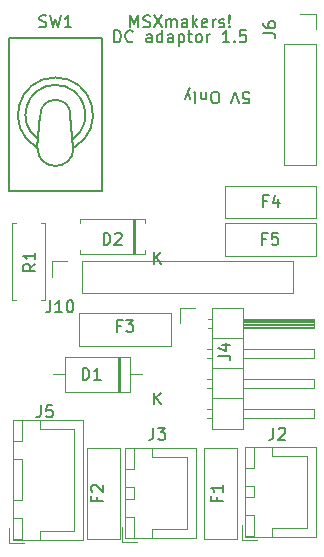
<source format=gbr>
G04 #@! TF.GenerationSoftware,KiCad,Pcbnew,5.1.10-1.fc33*
G04 #@! TF.CreationDate,2021-05-23T00:59:55+02:00*
G04 #@! TF.ProjectId,Omega_DC-DC_adaptor_1.5,4f6d6567-615f-4444-932d-44435f616461,rev?*
G04 #@! TF.SameCoordinates,Original*
G04 #@! TF.FileFunction,Legend,Top*
G04 #@! TF.FilePolarity,Positive*
%FSLAX46Y46*%
G04 Gerber Fmt 4.6, Leading zero omitted, Abs format (unit mm)*
G04 Created by KiCad (PCBNEW 5.1.10-1.fc33) date 2021-05-23 00:59:55*
%MOMM*%
%LPD*%
G01*
G04 APERTURE LIST*
%ADD10C,0.150000*%
%ADD11C,0.120000*%
%ADD12C,0.203200*%
G04 APERTURE END LIST*
D10*
X201438571Y-123007380D02*
X201438571Y-122007380D01*
X201676666Y-122007380D01*
X201819523Y-122055000D01*
X201914761Y-122150238D01*
X201962380Y-122245476D01*
X202010000Y-122435952D01*
X202010000Y-122578809D01*
X201962380Y-122769285D01*
X201914761Y-122864523D01*
X201819523Y-122959761D01*
X201676666Y-123007380D01*
X201438571Y-123007380D01*
X203010000Y-122912142D02*
X202962380Y-122959761D01*
X202819523Y-123007380D01*
X202724285Y-123007380D01*
X202581428Y-122959761D01*
X202486190Y-122864523D01*
X202438571Y-122769285D01*
X202390952Y-122578809D01*
X202390952Y-122435952D01*
X202438571Y-122245476D01*
X202486190Y-122150238D01*
X202581428Y-122055000D01*
X202724285Y-122007380D01*
X202819523Y-122007380D01*
X202962380Y-122055000D01*
X203010000Y-122102619D01*
X204629047Y-123007380D02*
X204629047Y-122483571D01*
X204581428Y-122388333D01*
X204486190Y-122340714D01*
X204295714Y-122340714D01*
X204200476Y-122388333D01*
X204629047Y-122959761D02*
X204533809Y-123007380D01*
X204295714Y-123007380D01*
X204200476Y-122959761D01*
X204152857Y-122864523D01*
X204152857Y-122769285D01*
X204200476Y-122674047D01*
X204295714Y-122626428D01*
X204533809Y-122626428D01*
X204629047Y-122578809D01*
X205533809Y-123007380D02*
X205533809Y-122007380D01*
X205533809Y-122959761D02*
X205438571Y-123007380D01*
X205248095Y-123007380D01*
X205152857Y-122959761D01*
X205105238Y-122912142D01*
X205057619Y-122816904D01*
X205057619Y-122531190D01*
X205105238Y-122435952D01*
X205152857Y-122388333D01*
X205248095Y-122340714D01*
X205438571Y-122340714D01*
X205533809Y-122388333D01*
X206438571Y-123007380D02*
X206438571Y-122483571D01*
X206390952Y-122388333D01*
X206295714Y-122340714D01*
X206105238Y-122340714D01*
X206010000Y-122388333D01*
X206438571Y-122959761D02*
X206343333Y-123007380D01*
X206105238Y-123007380D01*
X206010000Y-122959761D01*
X205962380Y-122864523D01*
X205962380Y-122769285D01*
X206010000Y-122674047D01*
X206105238Y-122626428D01*
X206343333Y-122626428D01*
X206438571Y-122578809D01*
X206914761Y-122340714D02*
X206914761Y-123340714D01*
X206914761Y-122388333D02*
X207010000Y-122340714D01*
X207200476Y-122340714D01*
X207295714Y-122388333D01*
X207343333Y-122435952D01*
X207390952Y-122531190D01*
X207390952Y-122816904D01*
X207343333Y-122912142D01*
X207295714Y-122959761D01*
X207200476Y-123007380D01*
X207010000Y-123007380D01*
X206914761Y-122959761D01*
X207676666Y-122340714D02*
X208057619Y-122340714D01*
X207819523Y-122007380D02*
X207819523Y-122864523D01*
X207867142Y-122959761D01*
X207962380Y-123007380D01*
X208057619Y-123007380D01*
X208533809Y-123007380D02*
X208438571Y-122959761D01*
X208390952Y-122912142D01*
X208343333Y-122816904D01*
X208343333Y-122531190D01*
X208390952Y-122435952D01*
X208438571Y-122388333D01*
X208533809Y-122340714D01*
X208676666Y-122340714D01*
X208771904Y-122388333D01*
X208819523Y-122435952D01*
X208867142Y-122531190D01*
X208867142Y-122816904D01*
X208819523Y-122912142D01*
X208771904Y-122959761D01*
X208676666Y-123007380D01*
X208533809Y-123007380D01*
X209295714Y-123007380D02*
X209295714Y-122340714D01*
X209295714Y-122531190D02*
X209343333Y-122435952D01*
X209390952Y-122388333D01*
X209486190Y-122340714D01*
X209581428Y-122340714D01*
X211200476Y-123007380D02*
X210629047Y-123007380D01*
X210914761Y-123007380D02*
X210914761Y-122007380D01*
X210819523Y-122150238D01*
X210724285Y-122245476D01*
X210629047Y-122293095D01*
X211629047Y-122912142D02*
X211676666Y-122959761D01*
X211629047Y-123007380D01*
X211581428Y-122959761D01*
X211629047Y-122912142D01*
X211629047Y-123007380D01*
X212581428Y-122007380D02*
X212105238Y-122007380D01*
X212057619Y-122483571D01*
X212105238Y-122435952D01*
X212200476Y-122388333D01*
X212438571Y-122388333D01*
X212533809Y-122435952D01*
X212581428Y-122483571D01*
X212629047Y-122578809D01*
X212629047Y-122816904D01*
X212581428Y-122912142D01*
X212533809Y-122959761D01*
X212438571Y-123007380D01*
X212200476Y-123007380D01*
X212105238Y-122959761D01*
X212057619Y-122912142D01*
X202819523Y-121737380D02*
X202819523Y-120737380D01*
X203152857Y-121451666D01*
X203486190Y-120737380D01*
X203486190Y-121737380D01*
X203914761Y-121689761D02*
X204057619Y-121737380D01*
X204295714Y-121737380D01*
X204390952Y-121689761D01*
X204438571Y-121642142D01*
X204486190Y-121546904D01*
X204486190Y-121451666D01*
X204438571Y-121356428D01*
X204390952Y-121308809D01*
X204295714Y-121261190D01*
X204105238Y-121213571D01*
X204010000Y-121165952D01*
X203962380Y-121118333D01*
X203914761Y-121023095D01*
X203914761Y-120927857D01*
X203962380Y-120832619D01*
X204010000Y-120785000D01*
X204105238Y-120737380D01*
X204343333Y-120737380D01*
X204486190Y-120785000D01*
X204819523Y-120737380D02*
X205486190Y-121737380D01*
X205486190Y-120737380D02*
X204819523Y-121737380D01*
X205867142Y-121737380D02*
X205867142Y-121070714D01*
X205867142Y-121165952D02*
X205914761Y-121118333D01*
X206010000Y-121070714D01*
X206152857Y-121070714D01*
X206248095Y-121118333D01*
X206295714Y-121213571D01*
X206295714Y-121737380D01*
X206295714Y-121213571D02*
X206343333Y-121118333D01*
X206438571Y-121070714D01*
X206581428Y-121070714D01*
X206676666Y-121118333D01*
X206724285Y-121213571D01*
X206724285Y-121737380D01*
X207629047Y-121737380D02*
X207629047Y-121213571D01*
X207581428Y-121118333D01*
X207486190Y-121070714D01*
X207295714Y-121070714D01*
X207200476Y-121118333D01*
X207629047Y-121689761D02*
X207533809Y-121737380D01*
X207295714Y-121737380D01*
X207200476Y-121689761D01*
X207152857Y-121594523D01*
X207152857Y-121499285D01*
X207200476Y-121404047D01*
X207295714Y-121356428D01*
X207533809Y-121356428D01*
X207629047Y-121308809D01*
X208105238Y-121737380D02*
X208105238Y-120737380D01*
X208200476Y-121356428D02*
X208486190Y-121737380D01*
X208486190Y-121070714D02*
X208105238Y-121451666D01*
X209295714Y-121689761D02*
X209200476Y-121737380D01*
X209010000Y-121737380D01*
X208914761Y-121689761D01*
X208867142Y-121594523D01*
X208867142Y-121213571D01*
X208914761Y-121118333D01*
X209010000Y-121070714D01*
X209200476Y-121070714D01*
X209295714Y-121118333D01*
X209343333Y-121213571D01*
X209343333Y-121308809D01*
X208867142Y-121404047D01*
X209771904Y-121737380D02*
X209771904Y-121070714D01*
X209771904Y-121261190D02*
X209819523Y-121165952D01*
X209867142Y-121118333D01*
X209962380Y-121070714D01*
X210057619Y-121070714D01*
X210343333Y-121689761D02*
X210438571Y-121737380D01*
X210629047Y-121737380D01*
X210724285Y-121689761D01*
X210771904Y-121594523D01*
X210771904Y-121546904D01*
X210724285Y-121451666D01*
X210629047Y-121404047D01*
X210486190Y-121404047D01*
X210390952Y-121356428D01*
X210343333Y-121261190D01*
X210343333Y-121213571D01*
X210390952Y-121118333D01*
X210486190Y-121070714D01*
X210629047Y-121070714D01*
X210724285Y-121118333D01*
X211200476Y-121642142D02*
X211248095Y-121689761D01*
X211200476Y-121737380D01*
X211152857Y-121689761D01*
X211200476Y-121642142D01*
X211200476Y-121737380D01*
X211200476Y-121356428D02*
X211152857Y-120785000D01*
X211200476Y-120737380D01*
X211248095Y-120785000D01*
X211200476Y-121356428D01*
X211200476Y-120737380D01*
X212375476Y-128182619D02*
X212851666Y-128182619D01*
X212899285Y-127706428D01*
X212851666Y-127754047D01*
X212756428Y-127801666D01*
X212518333Y-127801666D01*
X212423095Y-127754047D01*
X212375476Y-127706428D01*
X212327857Y-127611190D01*
X212327857Y-127373095D01*
X212375476Y-127277857D01*
X212423095Y-127230238D01*
X212518333Y-127182619D01*
X212756428Y-127182619D01*
X212851666Y-127230238D01*
X212899285Y-127277857D01*
X212042142Y-128182619D02*
X211708809Y-127182619D01*
X211375476Y-128182619D01*
X210089761Y-128182619D02*
X209899285Y-128182619D01*
X209804047Y-128135000D01*
X209708809Y-128039761D01*
X209661190Y-127849285D01*
X209661190Y-127515952D01*
X209708809Y-127325476D01*
X209804047Y-127230238D01*
X209899285Y-127182619D01*
X210089761Y-127182619D01*
X210185000Y-127230238D01*
X210280238Y-127325476D01*
X210327857Y-127515952D01*
X210327857Y-127849285D01*
X210280238Y-128039761D01*
X210185000Y-128135000D01*
X210089761Y-128182619D01*
X209232619Y-127849285D02*
X209232619Y-127182619D01*
X209232619Y-127754047D02*
X209185000Y-127801666D01*
X209089761Y-127849285D01*
X208946904Y-127849285D01*
X208851666Y-127801666D01*
X208804047Y-127706428D01*
X208804047Y-127182619D01*
X208185000Y-127182619D02*
X208280238Y-127230238D01*
X208327857Y-127325476D01*
X208327857Y-128182619D01*
X207899285Y-127849285D02*
X207661190Y-127182619D01*
X207423095Y-127849285D02*
X207661190Y-127182619D01*
X207756428Y-126944523D01*
X207804047Y-126896904D01*
X207899285Y-126849285D01*
D11*
X192866000Y-165120000D02*
X198836000Y-165120000D01*
X198836000Y-165120000D02*
X198836000Y-155000000D01*
X198836000Y-155000000D02*
X192866000Y-155000000D01*
X192866000Y-155000000D02*
X192866000Y-165120000D01*
X192876000Y-161810000D02*
X193626000Y-161810000D01*
X193626000Y-161810000D02*
X193626000Y-158310000D01*
X193626000Y-158310000D02*
X192876000Y-158310000D01*
X192876000Y-158310000D02*
X192876000Y-161810000D01*
X192876000Y-165110000D02*
X193626000Y-165110000D01*
X193626000Y-165110000D02*
X193626000Y-163310000D01*
X193626000Y-163310000D02*
X192876000Y-163310000D01*
X192876000Y-163310000D02*
X192876000Y-165110000D01*
X192876000Y-156810000D02*
X193626000Y-156810000D01*
X193626000Y-156810000D02*
X193626000Y-155010000D01*
X193626000Y-155010000D02*
X192876000Y-155010000D01*
X192876000Y-155010000D02*
X192876000Y-156810000D01*
X195126000Y-165110000D02*
X195126000Y-164360000D01*
X195126000Y-164360000D02*
X198076000Y-164360000D01*
X198076000Y-164360000D02*
X198076000Y-160060000D01*
X195126000Y-155010000D02*
X195126000Y-155760000D01*
X195126000Y-155760000D02*
X198076000Y-155760000D01*
X198076000Y-155760000D02*
X198076000Y-160060000D01*
X192576000Y-164160000D02*
X192576000Y-165410000D01*
X192576000Y-165410000D02*
X193826000Y-165410000D01*
X202391000Y-164993000D02*
X208361000Y-164993000D01*
X208361000Y-164993000D02*
X208361000Y-157373000D01*
X208361000Y-157373000D02*
X202391000Y-157373000D01*
X202391000Y-157373000D02*
X202391000Y-164993000D01*
X202401000Y-161683000D02*
X203151000Y-161683000D01*
X203151000Y-161683000D02*
X203151000Y-160683000D01*
X203151000Y-160683000D02*
X202401000Y-160683000D01*
X202401000Y-160683000D02*
X202401000Y-161683000D01*
X202401000Y-164983000D02*
X203151000Y-164983000D01*
X203151000Y-164983000D02*
X203151000Y-163183000D01*
X203151000Y-163183000D02*
X202401000Y-163183000D01*
X202401000Y-163183000D02*
X202401000Y-164983000D01*
X202401000Y-159183000D02*
X203151000Y-159183000D01*
X203151000Y-159183000D02*
X203151000Y-157383000D01*
X203151000Y-157383000D02*
X202401000Y-157383000D01*
X202401000Y-157383000D02*
X202401000Y-159183000D01*
X204651000Y-164983000D02*
X204651000Y-164233000D01*
X204651000Y-164233000D02*
X207601000Y-164233000D01*
X207601000Y-164233000D02*
X207601000Y-161183000D01*
X204651000Y-157383000D02*
X204651000Y-158133000D01*
X204651000Y-158133000D02*
X207601000Y-158133000D01*
X207601000Y-158133000D02*
X207601000Y-161183000D01*
X202101000Y-164033000D02*
X202101000Y-165283000D01*
X202101000Y-165283000D02*
X203351000Y-165283000D01*
X212551000Y-164866000D02*
X218521000Y-164866000D01*
X218521000Y-164866000D02*
X218521000Y-157246000D01*
X218521000Y-157246000D02*
X212551000Y-157246000D01*
X212551000Y-157246000D02*
X212551000Y-164866000D01*
X212561000Y-161556000D02*
X213311000Y-161556000D01*
X213311000Y-161556000D02*
X213311000Y-160556000D01*
X213311000Y-160556000D02*
X212561000Y-160556000D01*
X212561000Y-160556000D02*
X212561000Y-161556000D01*
X212561000Y-164856000D02*
X213311000Y-164856000D01*
X213311000Y-164856000D02*
X213311000Y-163056000D01*
X213311000Y-163056000D02*
X212561000Y-163056000D01*
X212561000Y-163056000D02*
X212561000Y-164856000D01*
X212561000Y-159056000D02*
X213311000Y-159056000D01*
X213311000Y-159056000D02*
X213311000Y-157256000D01*
X213311000Y-157256000D02*
X212561000Y-157256000D01*
X212561000Y-157256000D02*
X212561000Y-159056000D01*
X214811000Y-164856000D02*
X214811000Y-164106000D01*
X214811000Y-164106000D02*
X217761000Y-164106000D01*
X217761000Y-164106000D02*
X217761000Y-161056000D01*
X214811000Y-157256000D02*
X214811000Y-158006000D01*
X214811000Y-158006000D02*
X217761000Y-158006000D01*
X217761000Y-158006000D02*
X217761000Y-161056000D01*
X212261000Y-163906000D02*
X212261000Y-165156000D01*
X212261000Y-165156000D02*
X213511000Y-165156000D01*
X192813000Y-144875000D02*
X193143000Y-144875000D01*
X192813000Y-138335000D02*
X192813000Y-144875000D01*
X193143000Y-138335000D02*
X192813000Y-138335000D01*
X195553000Y-144875000D02*
X195223000Y-144875000D01*
X195553000Y-138335000D02*
X195553000Y-144875000D01*
X195223000Y-138335000D02*
X195553000Y-138335000D01*
X201965000Y-152600000D02*
X201965000Y-149660000D01*
X201725000Y-152600000D02*
X201725000Y-149660000D01*
X201845000Y-152600000D02*
X201845000Y-149660000D01*
X196285000Y-151130000D02*
X197305000Y-151130000D01*
X203765000Y-151130000D02*
X202745000Y-151130000D01*
X197305000Y-152600000D02*
X202745000Y-152600000D01*
X197305000Y-149660000D02*
X197305000Y-152600000D01*
X202745000Y-149660000D02*
X197305000Y-149660000D01*
X202745000Y-152600000D02*
X202745000Y-149660000D01*
X217170000Y-120590000D02*
X218500000Y-120590000D01*
X218500000Y-120590000D02*
X218500000Y-121920000D01*
X218500000Y-123190000D02*
X218500000Y-133410000D01*
X215840000Y-133410000D02*
X218500000Y-133410000D01*
X215840000Y-123190000D02*
X215840000Y-133410000D01*
X215840000Y-123190000D02*
X218500000Y-123190000D01*
X210800000Y-141070000D02*
X210800000Y-138330000D01*
X218540000Y-141070000D02*
X218540000Y-138330000D01*
X218540000Y-138330000D02*
X210800000Y-138330000D01*
X218540000Y-141070000D02*
X210800000Y-141070000D01*
X218540000Y-137895000D02*
X210800000Y-137895000D01*
X218540000Y-135155000D02*
X210800000Y-135155000D01*
X218540000Y-137895000D02*
X218540000Y-135155000D01*
X210800000Y-137895000D02*
X210800000Y-135155000D01*
X204015000Y-140586000D02*
X204015000Y-140916000D01*
X204015000Y-140916000D02*
X198575000Y-140916000D01*
X198575000Y-140916000D02*
X198575000Y-140586000D01*
X204015000Y-138306000D02*
X204015000Y-137976000D01*
X204015000Y-137976000D02*
X198575000Y-137976000D01*
X198575000Y-137976000D02*
X198575000Y-138306000D01*
X203115000Y-140916000D02*
X203115000Y-137976000D01*
X202995000Y-140916000D02*
X202995000Y-137976000D01*
X203235000Y-140916000D02*
X203235000Y-137976000D01*
D12*
X197739000Y-129159000D02*
X197993000Y-131953000D01*
X195199000Y-129159000D02*
X194945000Y-131953000D01*
X200406000Y-122682000D02*
X192532000Y-122682000D01*
X192532000Y-122682000D02*
X192532000Y-135636000D01*
X192532000Y-135636000D02*
X200406000Y-135636000D01*
X200406000Y-135636000D02*
X200406000Y-122682000D01*
X197739000Y-129159000D02*
G75*
G03*
X195199000Y-129159000I-1270000J0D01*
G01*
X194945000Y-131953000D02*
G75*
G03*
X197993000Y-131953000I1524000J0D01*
G01*
X195012116Y-131239646D02*
G75*
G02*
X196469000Y-126619000I1456884J2080646D01*
G01*
X197925884Y-131239646D02*
G75*
G03*
X196469000Y-126619000I-1456884J2080646D01*
G01*
X194881500Y-131908631D02*
G75*
G02*
X196469000Y-125984000I1587500J2749631D01*
G01*
X198056500Y-131908631D02*
G75*
G03*
X196469000Y-125984000I-1587500J2749631D01*
G01*
D11*
X209720000Y-145482000D02*
X209720000Y-155762000D01*
X209720000Y-155762000D02*
X212380000Y-155762000D01*
X212380000Y-155762000D02*
X212380000Y-145482000D01*
X212380000Y-145482000D02*
X209720000Y-145482000D01*
X212380000Y-146432000D02*
X218380000Y-146432000D01*
X218380000Y-146432000D02*
X218380000Y-147192000D01*
X218380000Y-147192000D02*
X212380000Y-147192000D01*
X212380000Y-146492000D02*
X218380000Y-146492000D01*
X212380000Y-146612000D02*
X218380000Y-146612000D01*
X212380000Y-146732000D02*
X218380000Y-146732000D01*
X212380000Y-146852000D02*
X218380000Y-146852000D01*
X212380000Y-146972000D02*
X218380000Y-146972000D01*
X212380000Y-147092000D02*
X218380000Y-147092000D01*
X209390000Y-146432000D02*
X209720000Y-146432000D01*
X209390000Y-147192000D02*
X209720000Y-147192000D01*
X209720000Y-148082000D02*
X212380000Y-148082000D01*
X212380000Y-148972000D02*
X218380000Y-148972000D01*
X218380000Y-148972000D02*
X218380000Y-149732000D01*
X218380000Y-149732000D02*
X212380000Y-149732000D01*
X209322929Y-148972000D02*
X209720000Y-148972000D01*
X209322929Y-149732000D02*
X209720000Y-149732000D01*
X209720000Y-150622000D02*
X212380000Y-150622000D01*
X212380000Y-151512000D02*
X218380000Y-151512000D01*
X218380000Y-151512000D02*
X218380000Y-152272000D01*
X218380000Y-152272000D02*
X212380000Y-152272000D01*
X209322929Y-151512000D02*
X209720000Y-151512000D01*
X209322929Y-152272000D02*
X209720000Y-152272000D01*
X209720000Y-153162000D02*
X212380000Y-153162000D01*
X212380000Y-154052000D02*
X218380000Y-154052000D01*
X218380000Y-154052000D02*
X218380000Y-154812000D01*
X218380000Y-154812000D02*
X212380000Y-154812000D01*
X209322929Y-154052000D02*
X209720000Y-154052000D01*
X209322929Y-154812000D02*
X209720000Y-154812000D01*
X207010000Y-146812000D02*
X207010000Y-145542000D01*
X207010000Y-145542000D02*
X208280000Y-145542000D01*
X206221000Y-148690000D02*
X198481000Y-148690000D01*
X206221000Y-145950000D02*
X198481000Y-145950000D01*
X206221000Y-148690000D02*
X206221000Y-145950000D01*
X198481000Y-148690000D02*
X198481000Y-145950000D01*
X199163000Y-165073000D02*
X199163000Y-157333000D01*
X201903000Y-165073000D02*
X201903000Y-157333000D01*
X199163000Y-165073000D02*
X201903000Y-165073000D01*
X199163000Y-157333000D02*
X201903000Y-157333000D01*
X209069000Y-165073000D02*
X209069000Y-157333000D01*
X211809000Y-165073000D02*
X211809000Y-157333000D01*
X209069000Y-165073000D02*
X211809000Y-165073000D01*
X209069000Y-157333000D02*
X211809000Y-157333000D01*
X198755000Y-144205000D02*
X198755000Y-141545000D01*
X198755000Y-144205000D02*
X216595000Y-144205000D01*
X216595000Y-144205000D02*
X216595000Y-141545000D01*
X198755000Y-141545000D02*
X216595000Y-141545000D01*
X196155000Y-141545000D02*
X197485000Y-141545000D01*
X196155000Y-142875000D02*
X196155000Y-141545000D01*
D10*
X195246666Y-153757380D02*
X195246666Y-154471666D01*
X195199047Y-154614523D01*
X195103809Y-154709761D01*
X194960952Y-154757380D01*
X194865714Y-154757380D01*
X196199047Y-153757380D02*
X195722857Y-153757380D01*
X195675238Y-154233571D01*
X195722857Y-154185952D01*
X195818095Y-154138333D01*
X196056190Y-154138333D01*
X196151428Y-154185952D01*
X196199047Y-154233571D01*
X196246666Y-154328809D01*
X196246666Y-154566904D01*
X196199047Y-154662142D01*
X196151428Y-154709761D01*
X196056190Y-154757380D01*
X195818095Y-154757380D01*
X195722857Y-154709761D01*
X195675238Y-154662142D01*
X204771666Y-155662380D02*
X204771666Y-156376666D01*
X204724047Y-156519523D01*
X204628809Y-156614761D01*
X204485952Y-156662380D01*
X204390714Y-156662380D01*
X205152619Y-155662380D02*
X205771666Y-155662380D01*
X205438333Y-156043333D01*
X205581190Y-156043333D01*
X205676428Y-156090952D01*
X205724047Y-156138571D01*
X205771666Y-156233809D01*
X205771666Y-156471904D01*
X205724047Y-156567142D01*
X205676428Y-156614761D01*
X205581190Y-156662380D01*
X205295476Y-156662380D01*
X205200238Y-156614761D01*
X205152619Y-156567142D01*
X214931666Y-155662380D02*
X214931666Y-156376666D01*
X214884047Y-156519523D01*
X214788809Y-156614761D01*
X214645952Y-156662380D01*
X214550714Y-156662380D01*
X215360238Y-155757619D02*
X215407857Y-155710000D01*
X215503095Y-155662380D01*
X215741190Y-155662380D01*
X215836428Y-155710000D01*
X215884047Y-155757619D01*
X215931666Y-155852857D01*
X215931666Y-155948095D01*
X215884047Y-156090952D01*
X215312619Y-156662380D01*
X215931666Y-156662380D01*
X194762380Y-141771666D02*
X194286190Y-142105000D01*
X194762380Y-142343095D02*
X193762380Y-142343095D01*
X193762380Y-141962142D01*
X193810000Y-141866904D01*
X193857619Y-141819285D01*
X193952857Y-141771666D01*
X194095714Y-141771666D01*
X194190952Y-141819285D01*
X194238571Y-141866904D01*
X194286190Y-141962142D01*
X194286190Y-142343095D01*
X194762380Y-140819285D02*
X194762380Y-141390714D01*
X194762380Y-141105000D02*
X193762380Y-141105000D01*
X193905238Y-141200238D01*
X194000476Y-141295476D01*
X194048095Y-141390714D01*
X198778904Y-151582380D02*
X198778904Y-150582380D01*
X199017000Y-150582380D01*
X199159857Y-150630000D01*
X199255095Y-150725238D01*
X199302714Y-150820476D01*
X199350333Y-151010952D01*
X199350333Y-151153809D01*
X199302714Y-151344285D01*
X199255095Y-151439523D01*
X199159857Y-151534761D01*
X199017000Y-151582380D01*
X198778904Y-151582380D01*
X200302714Y-151582380D02*
X199731285Y-151582380D01*
X200017000Y-151582380D02*
X200017000Y-150582380D01*
X199921761Y-150725238D01*
X199826523Y-150820476D01*
X199731285Y-150868095D01*
X204843095Y-153682380D02*
X204843095Y-152682380D01*
X205414523Y-153682380D02*
X204985952Y-153110952D01*
X205414523Y-152682380D02*
X204843095Y-153253809D01*
X214082380Y-122253333D02*
X214796666Y-122253333D01*
X214939523Y-122300952D01*
X215034761Y-122396190D01*
X215082380Y-122539047D01*
X215082380Y-122634285D01*
X214082380Y-121348571D02*
X214082380Y-121539047D01*
X214130000Y-121634285D01*
X214177619Y-121681904D01*
X214320476Y-121777142D01*
X214510952Y-121824761D01*
X214891904Y-121824761D01*
X214987142Y-121777142D01*
X215034761Y-121729523D01*
X215082380Y-121634285D01*
X215082380Y-121443809D01*
X215034761Y-121348571D01*
X214987142Y-121300952D01*
X214891904Y-121253333D01*
X214653809Y-121253333D01*
X214558571Y-121300952D01*
X214510952Y-121348571D01*
X214463333Y-121443809D01*
X214463333Y-121634285D01*
X214510952Y-121729523D01*
X214558571Y-121777142D01*
X214653809Y-121824761D01*
X214296666Y-139628571D02*
X213963333Y-139628571D01*
X213963333Y-140152380D02*
X213963333Y-139152380D01*
X214439523Y-139152380D01*
X215296666Y-139152380D02*
X214820476Y-139152380D01*
X214772857Y-139628571D01*
X214820476Y-139580952D01*
X214915714Y-139533333D01*
X215153809Y-139533333D01*
X215249047Y-139580952D01*
X215296666Y-139628571D01*
X215344285Y-139723809D01*
X215344285Y-139961904D01*
X215296666Y-140057142D01*
X215249047Y-140104761D01*
X215153809Y-140152380D01*
X214915714Y-140152380D01*
X214820476Y-140104761D01*
X214772857Y-140057142D01*
X214376666Y-136453571D02*
X214043333Y-136453571D01*
X214043333Y-136977380D02*
X214043333Y-135977380D01*
X214519523Y-135977380D01*
X215329047Y-136310714D02*
X215329047Y-136977380D01*
X215090952Y-135929761D02*
X214852857Y-136644047D01*
X215471904Y-136644047D01*
X200556904Y-140152380D02*
X200556904Y-139152380D01*
X200795000Y-139152380D01*
X200937857Y-139200000D01*
X201033095Y-139295238D01*
X201080714Y-139390476D01*
X201128333Y-139580952D01*
X201128333Y-139723809D01*
X201080714Y-139914285D01*
X201033095Y-140009523D01*
X200937857Y-140104761D01*
X200795000Y-140152380D01*
X200556904Y-140152380D01*
X201509285Y-139247619D02*
X201556904Y-139200000D01*
X201652142Y-139152380D01*
X201890238Y-139152380D01*
X201985476Y-139200000D01*
X202033095Y-139247619D01*
X202080714Y-139342857D01*
X202080714Y-139438095D01*
X202033095Y-139580952D01*
X201461666Y-140152380D01*
X202080714Y-140152380D01*
X204843095Y-141798380D02*
X204843095Y-140798380D01*
X205414523Y-141798380D02*
X204985952Y-141226952D01*
X205414523Y-140798380D02*
X204843095Y-141369809D01*
D12*
X195114333Y-121696238D02*
X195259476Y-121744619D01*
X195501380Y-121744619D01*
X195598142Y-121696238D01*
X195646523Y-121647857D01*
X195694904Y-121551095D01*
X195694904Y-121454333D01*
X195646523Y-121357571D01*
X195598142Y-121309190D01*
X195501380Y-121260809D01*
X195307857Y-121212428D01*
X195211095Y-121164047D01*
X195162714Y-121115666D01*
X195114333Y-121018904D01*
X195114333Y-120922142D01*
X195162714Y-120825380D01*
X195211095Y-120777000D01*
X195307857Y-120728619D01*
X195549761Y-120728619D01*
X195694904Y-120777000D01*
X196033571Y-120728619D02*
X196275476Y-121744619D01*
X196469000Y-121018904D01*
X196662523Y-121744619D01*
X196904428Y-120728619D01*
X197823666Y-121744619D02*
X197243095Y-121744619D01*
X197533380Y-121744619D02*
X197533380Y-120728619D01*
X197436619Y-120873761D01*
X197339857Y-120970523D01*
X197243095Y-121018904D01*
D10*
X210272380Y-149558333D02*
X210986666Y-149558333D01*
X211129523Y-149605952D01*
X211224761Y-149701190D01*
X211272380Y-149844047D01*
X211272380Y-149939285D01*
X210605714Y-148653571D02*
X211272380Y-148653571D01*
X210224761Y-148891666D02*
X210939047Y-149129761D01*
X210939047Y-148510714D01*
X202017666Y-146994571D02*
X201684333Y-146994571D01*
X201684333Y-147518380D02*
X201684333Y-146518380D01*
X202160523Y-146518380D01*
X202446238Y-146518380D02*
X203065285Y-146518380D01*
X202731952Y-146899333D01*
X202874809Y-146899333D01*
X202970047Y-146946952D01*
X203017666Y-146994571D01*
X203065285Y-147089809D01*
X203065285Y-147327904D01*
X203017666Y-147423142D01*
X202970047Y-147470761D01*
X202874809Y-147518380D01*
X202589095Y-147518380D01*
X202493857Y-147470761D01*
X202446238Y-147423142D01*
X199953571Y-161536333D02*
X199953571Y-161869666D01*
X200477380Y-161869666D02*
X199477380Y-161869666D01*
X199477380Y-161393476D01*
X199572619Y-161060142D02*
X199525000Y-161012523D01*
X199477380Y-160917285D01*
X199477380Y-160679190D01*
X199525000Y-160583952D01*
X199572619Y-160536333D01*
X199667857Y-160488714D01*
X199763095Y-160488714D01*
X199905952Y-160536333D01*
X200477380Y-161107761D01*
X200477380Y-160488714D01*
X210113571Y-161536333D02*
X210113571Y-161869666D01*
X210637380Y-161869666D02*
X209637380Y-161869666D01*
X209637380Y-161393476D01*
X210637380Y-160488714D02*
X210637380Y-161060142D01*
X210637380Y-160774428D02*
X209637380Y-160774428D01*
X209780238Y-160869666D01*
X209875476Y-160964904D01*
X209923095Y-161060142D01*
X196040476Y-144867380D02*
X196040476Y-145581666D01*
X195992857Y-145724523D01*
X195897619Y-145819761D01*
X195754761Y-145867380D01*
X195659523Y-145867380D01*
X197040476Y-145867380D02*
X196469047Y-145867380D01*
X196754761Y-145867380D02*
X196754761Y-144867380D01*
X196659523Y-145010238D01*
X196564285Y-145105476D01*
X196469047Y-145153095D01*
X197659523Y-144867380D02*
X197754761Y-144867380D01*
X197850000Y-144915000D01*
X197897619Y-144962619D01*
X197945238Y-145057857D01*
X197992857Y-145248333D01*
X197992857Y-145486428D01*
X197945238Y-145676904D01*
X197897619Y-145772142D01*
X197850000Y-145819761D01*
X197754761Y-145867380D01*
X197659523Y-145867380D01*
X197564285Y-145819761D01*
X197516666Y-145772142D01*
X197469047Y-145676904D01*
X197421428Y-145486428D01*
X197421428Y-145248333D01*
X197469047Y-145057857D01*
X197516666Y-144962619D01*
X197564285Y-144915000D01*
X197659523Y-144867380D01*
M02*

</source>
